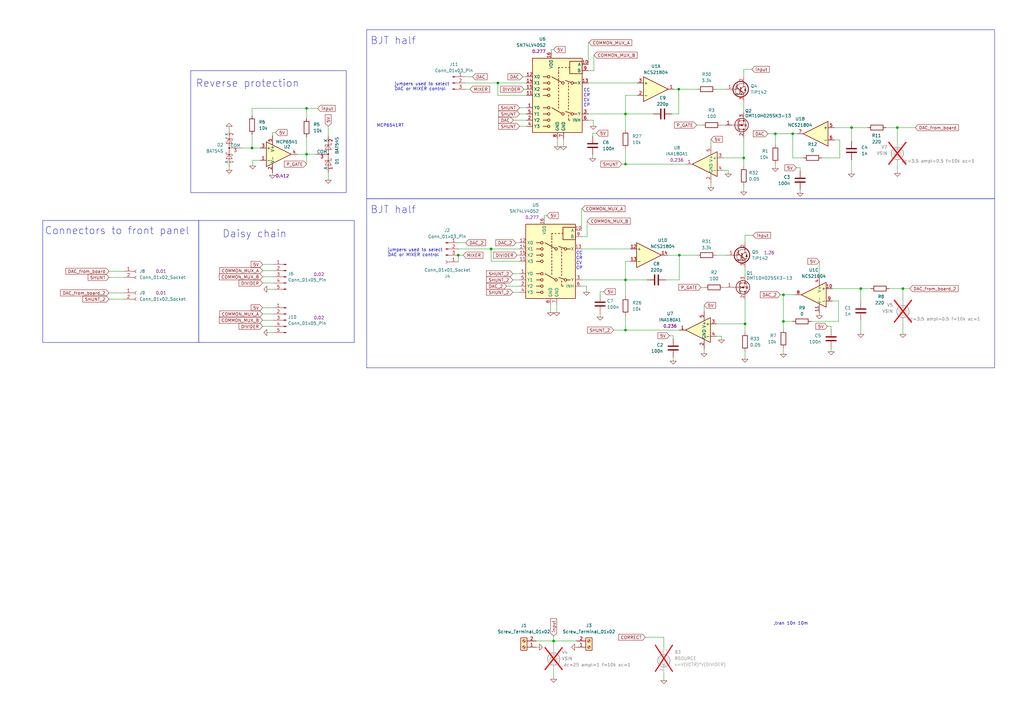
<source format=kicad_sch>
(kicad_sch (version 20230121) (generator eeschema)
  (paper "A3")
  (lib_symbols
    (symbol "Connector:Conn_01x01_Socket" (pin_names (offset 1.016) hide)
      (property "Reference" "J" (at 0 2.54 0))
      (property "Value" "Conn_01x01_Socket" (at 0 -2.54 0))
      (symbol "Conn_01x01_Socket_1_1"
        (pin passive line (at -5.08 0 0) (length 3.81) (name "Pin_1") (number "1"))
      )
    )
    (symbol "Connector:Conn_01x02_Socket" (pin_names (offset 1.016) hide)
      (property "Reference" "J" (at 0 2.54 0))
      (property "Value" "Conn_01x02_Socket" (at 0 -5.08 0))
      (symbol "Conn_01x02_Socket_1_1"
        (pin passive line (at -5.08 0 0) (length 3.81) (name "Pin_1") (number "1"))
        (pin passive line (at -5.08 -2.54 0) (length 3.81) (name "Pin_2") (number "2"))
      )
    )
    (symbol "Connector:Conn_01x03_Pin" (pin_names (offset 1.016) hide)
      (property "Reference" "J" (at 0 5.08 0))
      (property "Value" "Conn_01x03_Pin" (at 0 -5.08 0))
      (symbol "Conn_01x03_Pin_1_1"
        (pin passive line (at 5.08 2.54 180) (length 3.81) (name "Pin_1") (number "1"))
        (pin passive line (at 5.08 0 180) (length 3.81) (name "Pin_2") (number "2"))
        (pin passive line (at 5.08 -2.54 180) (length 3.81) (name "Pin_3") (number "3"))
      )
    )
    (symbol "Connector:Conn_01x05_Pin" (pin_names (offset 1.016) hide)
      (property "Reference" "J" (at 0 7.62 0))
      (property "Value" "Conn_01x05_Pin" (at 0 -7.62 0))
      (symbol "Conn_01x05_Pin_1_1"
        (pin passive line (at 5.08 5.08 180) (length 3.81) (name "Pin_1") (number "1"))
        (pin passive line (at 5.08 2.54 180) (length 3.81) (name "Pin_2") (number "2"))
        (pin passive line (at 5.08 0 180) (length 3.81) (name "Pin_3") (number "3"))
        (pin passive line (at 5.08 -2.54 180) (length 3.81) (name "Pin_4") (number "4"))
        (pin passive line (at 5.08 -5.08 180) (length 3.81) (name "Pin_5") (number "5"))
      )
    )
    (symbol "Connector:Screw_Terminal_01x02" (pin_names (offset 1.016) hide)
      (property "Reference" "J" (at 0 2.54 0))
      (property "Value" "Screw_Terminal_01x02" (at 0 -5.08 0))
      (symbol "Screw_Terminal_01x02_1_1"
        (pin passive line (at -5.08 0 0) (length 3.81) (name "Pin_1") (number "1"))
        (pin passive line (at -5.08 -2.54 0) (length 3.81) (name "Pin_2") (number "2"))
      )
    )
    (symbol "Device:C" (pin_numbers hide) (pin_names (offset 0.254))
      (property "Reference" "C" (at 0.635 2.54 0))
      (property "Value" "C" (at 0.635 -2.54 0))
      (symbol "C_1_1"
        (pin passive line (at 0 3.81 270) (length 2.794) (name "~") (number "1"))
        (pin passive line (at 0 -3.81 90) (length 2.794) (name "~") (number "2"))
      )
    )
    (symbol "Device:R" (pin_numbers hide) (pin_names (offset 0))
      (property "Reference" "R" (at 2.032 0 90))
      (property "Value" "R" (at 0 0 90))
      (symbol "R_1_1"
        (pin passive line (at 0 3.81 270) (length 1.27) (name "~") (number "1"))
        (pin passive line (at 0 -3.81 90) (length 1.27) (name "~") (number "2"))
      )
    )
    (symbol "IPD50R380CE_1" (pin_names hide)
      (property "Reference" "Q1" (at 3.048 -5.842 0))
      (property "Value" "DMT10H025SK3-13" (at 3.048 -3.81 0))
      (symbol "IPD50R380CE_1_1_1"
        (pin input line (at -5.08 0 0) (length 2.54) (name "G") (number "1"))
        (pin passive line (at 2.54 5.08 270) (length 2.54) (name "D") (number "2"))
        (pin passive line (at 2.54 -5.08 90) (length 2.54) (name "S") (number "3"))
      )
    )
    (symbol "SPICE_Analog_Switch:SN74LV4052"
      (property "Reference" "U" (at -10.16 16.51 0))
      (property "Value" "SN74LV4052" (at 3.81 16.51 0))
      (property "Price" "0.277" (at 0 0 0))
      (symbol "SN74LV4052_1_1"
        (pin bidirectional line (at 12.7 -5.08 180) (length 2.54) (name "Y0") (number "1"))
        (pin input line (at -12.7 12.7 0) (length 2.54) (name "A") (number "10"))
        (pin bidirectional line (at 12.7 0 180) (length 2.54) (name "X3") (number "11"))
        (pin bidirectional line (at 12.7 7.62 180) (length 2.54) (name "X0") (number "12"))
        (pin bidirectional line (at -12.7 5.08 0) (length 2.54) (name "X") (number "13"))
        (pin bidirectional line (at 12.7 5.08 180) (length 2.54) (name "X1") (number "14"))
        (pin bidirectional line (at 12.7 2.54 180) (length 2.54) (name "X2") (number "15"))
        (pin power_in line (at 2.54 17.78 270) (length 2.54) (name "VDD") (number "16"))
        (pin bidirectional line (at 12.7 -10.16 180) (length 2.54) (name "Y2") (number "2"))
        (pin bidirectional line (at -12.7 -7.62 0) (length 2.54) (name "Y") (number "3"))
        (pin bidirectional line (at 12.7 -12.7 180) (length 2.54) (name "Y3") (number "4"))
        (pin bidirectional line (at 12.7 -7.62 180) (length 2.54) (name "Y1") (number "5"))
        (pin input line (at -12.7 -10.16 0) (length 2.54) (name "INH") (number "6"))
        (pin power_in line (at -2.54 -17.78 90) (length 2.54) (name "GND") (number "7"))
        (pin power_in line (at 0 -17.78 90) (length 2.54) (name "GND") (number "8"))
        (pin input line (at -12.7 10.16 0) (length 2.54) (name "B") (number "9"))
      )
    )
    (symbol "SPICE_bjts:TIP142" (pin_names (offset 0) hide)
      (property "Reference" "Q" (at 5.08 1.905 0))
      (property "Value" "TIP142" (at 5.08 0 0))
      (symbol "TIP142_1_1"
        (pin input line (at -5.08 0 0) (length 3.81) (name "B") (number "1"))
        (pin passive line (at 2.54 5.08 270) (length 2.667) (name "C") (number "2"))
        (pin passive line (at 2.54 -5.08 90) (length 2.54) (name "E") (number "3"))
      )
    )
    (symbol "SPICE_comparators:TL331" (pin_names (offset 0.127))
      (property "Reference" "U" (at 1.27 5.08 0))
      (property "Value" "TL331" (at 3.81 -5.08 0))
      (symbol "TL331_1_1"
        (pin input line (at -7.62 -2.54 0) (length 2.54) (name "-") (number "1"))
        (pin power_in line (at -2.54 -7.62 90) (length 3.81) (name "V-") (number "2"))
        (pin input line (at -7.62 2.54 0) (length 2.54) (name "+") (number "3"))
        (pin open_collector line (at 7.62 0 180) (length 2.54) (name "~") (number "4"))
        (pin power_in line (at -2.54 7.62 270) (length 3.81) (name "V+") (number "5"))
      )
    )
    (symbol "SPICE_current_amp:INA180A1" (pin_names (offset 0.127))
      (property "Reference" "U" (at 3.81 3.81 0))
      (property "Value" "INA180A1" (at 3.81 -2.54 0))
      (property "Price" "0.236" (at 0 0 0))
      (symbol "INA180A1_1_1"
        (pin output line (at 7.62 0 180) (length 2.54) (name "~") (number "1"))
        (pin power_in line (at -2.54 -7.62 90) (length 3.81) (name "GND") (number "2"))
        (pin input line (at -7.62 2.54 0) (length 2.54) (name "+") (number "3"))
        (pin input line (at -7.62 -2.54 0) (length 2.54) (name "-") (number "4"))
        (pin power_in line (at -2.54 7.62 270) (length 3.81) (name "V+") (number "5"))
      )
    )
    (symbol "SPICE_diodes:BAT54S" (pin_names (offset 0))
      (property "Reference" "D" (at 2.54 -5.08 0))
      (property "Value" "BAT54S" (at -6.35 3.175 0))
      (symbol "BAT54S_1_1"
        (pin passive line (at -7.62 0 0) (length 3.81) (name "A") (number "1"))
        (pin passive line (at 7.62 0 180) (length 3.81) (name "K") (number "2"))
        (pin passive line (at 0 -5.08 90) (length 5.08) (name "COM") (number "3"))
      )
    )
    (symbol "SPICE_opamps:NCS21804" (pin_names (offset 0.127))
      (property "Reference" "U" (at 2.54 6.35 0))
      (property "Value" "NCS21804" (at 2.54 3.81 0))
      (symbol "NCS21804_1_1"
        (pin output line (at 7.62 0 180) (length 2.54) (name "~") (number "1"))
        (pin input line (at -7.62 -2.54 0) (length 2.54) (name "-") (number "2"))
        (pin input line (at -7.62 2.54 0) (length 2.54) (name "+") (number "3"))
      )
      (symbol "NCS21804_2_1"
        (pin input line (at -7.62 2.54 0) (length 2.54) (name "+") (number "5"))
        (pin input line (at -7.62 -2.54 0) (length 2.54) (name "-") (number "6"))
        (pin output line (at 7.62 0 180) (length 2.54) (name "~") (number "7"))
      )
      (symbol "NCS21804_3_1"
        (pin input line (at -7.62 2.54 0) (length 2.54) (name "+") (number "10"))
        (pin output line (at 7.62 0 180) (length 2.54) (name "~") (number "8"))
        (pin input line (at -7.62 -2.54 0) (length 2.54) (name "-") (number "9"))
      )
      (symbol "NCS21804_4_1"
        (pin input line (at -7.62 2.54 0) (length 2.54) (name "+") (number "12"))
        (pin input line (at -7.62 -2.54 0) (length 2.54) (name "-") (number "13"))
        (pin output line (at 7.62 0 180) (length 2.54) (name "~") (number "14"))
      )
      (symbol "NCS21804_5_1"
        (pin power_in line (at 0 -7.62 90) (length 3.81) (name "V-") (number "11"))
        (pin power_in line (at 0 7.62 270) (length 3.81) (name "V+") (number "4"))
      )
    )
    (symbol "Simulation_SPICE:0" (power) (pin_names (offset 0))
      (property "Value" "0" (at 0 -1.778 0))
      (symbol "0_1_1"
        (pin power_in line (at 0 0 0) (length 0) hide (name "0") (number "1"))
      )
    )
    (symbol "Simulation_SPICE:BSOURCE" (pin_names (offset 1.016) hide)
      (property "Reference" "B" (at 2.54 2.54 0))
      (property "Value" "BSOURCE" (at 2.54 0 0))
      (property "Sim.Params" "v=1" (at 2.54 -2.54 0))
      (symbol "BSOURCE_1_1"
        (pin passive line (at 0 5.08 270) (length 2.54) (name "N+") (number "1"))
        (pin passive line (at 0 -5.08 90) (length 2.54) (name "N-") (number "2"))
      )
    )
    (symbol "Simulation_SPICE:VSIN" (pin_numbers hide) (pin_names (offset 0.0254))
      (property "Reference" "V" (at 2.54 2.54 0))
      (property "Value" "VSIN" (at 2.54 0 0))
      (property "Sim.Params" "dc=0 ampl=1 f=1k ac=1" (at 2.54 -2.54 0))
      (symbol "VSIN_0_0"
        (text "+" (at 0 1.905 0) (effects (font (size 1.27 1.27))))
      )
      (symbol "VSIN_1_1"
        (pin passive line (at 0 5.08 270) (length 2.54) (name "~") (number "1"))
        (pin passive line (at 0 -5.08 90) (length 2.54) (name "~") (number "2"))
      )
    )
  )
  (junction (at 103.378 60.706))
  (junction (at 353.06 118.364))
  (junction (at 125.73 44.45))
  (junction (at 325.12 54.864))
  (junction (at 278.384 36.576))
  (junction (at 349.25 52.324))
  (junction (at 305.054 64.77))
  (junction (at 187.96 104.648))
  (junction (at 321.31 120.904))
  (junction (at 318.008 54.864))
  (junction (at 321.31 131.826))
  (junction (at 305.562 132.842))
  (junction (at 227.076 262.89))
  (junction (at 256.54 114.808))
  (junction (at 368.046 52.324))
  (junction (at 125.73 63.246))
  (junction (at 204.216 34.036))
  (junction (at 201.422 102.108))
  (junction (at 278.638 104.648))
  (junction (at 256.54 135.382))
  (junction (at 256.54 67.31))
  (junction (at 256.54 46.736))
  (junction (at 370.332 118.364))
  (wire (pts (xy 227.076 262.89) (xy 227.076 265.176)))
  (wire (pts (xy 353.06 118.364) (xy 341.376 118.364)))
  (wire (pts (xy 368.046 52.324) (xy 363.474 52.324)))
  (wire (pts (xy 267.97 46.736) (xy 256.54 46.736)))
  (wire (pts (xy 223.266 88.392) (xy 223.266 89.408)))
  (wire (pts (xy 107.696 108.458) (xy 112.268 108.458)))
  (wire (pts (xy 272.288 261.366) (xy 264.668 261.366)))
  (wire (pts (xy 318.008 54.864) (xy 314.96 54.864)))
  (wire (pts (xy 296.672 64.77) (xy 305.054 64.77)))
  (wire (pts (xy 240.538 119.888) (xy 240.538 117.348)))
  (wire (pts (xy 278.384 36.576) (xy 286.004 36.576)))
  (wire (pts (xy 273.05 114.808) (xy 278.638 114.808)))
  (wire (pts (xy 227.076 275.336) (xy 227.076 278.638)))
  (wire (pts (xy 321.31 131.826) (xy 321.31 135.128)))
  (wire (pts (xy 210.312 112.268) (xy 213.106 112.268)))
  (wire (pts (xy 243.586 28.956) (xy 241.3 28.956)))
  (wire (pts (xy 373.126 118.364) (xy 370.332 118.364)))
  (wire (pts (xy 368.046 52.324) (xy 368.046 57.912)))
  (wire (pts (xy 134.62 51.816) (xy 134.62 55.626)))
  (wire (pts (xy 244.602 54.61) (xy 243.078 54.61)))
  (wire (pts (xy 107.696 131.318) (xy 112.268 131.318)))
  (wire (pts (xy 291.592 74.93) (xy 291.592 76.962)))
  (wire (pts (xy 107.696 133.858) (xy 112.268 133.858)))
  (wire (pts (xy 305.054 41.656) (xy 305.054 46.228)))
  (wire (pts (xy 318.008 54.864) (xy 318.008 59.436)))
  (wire (pts (xy 349.25 52.324) (xy 349.25 57.912)))
  (wire (pts (xy 339.344 133.858) (xy 340.868 133.858)))
  (wire (pts (xy 353.06 131.318) (xy 353.06 137.16)))
  (wire (pts (xy 213.106 46.736) (xy 215.9 46.736)))
  (wire (pts (xy 368.046 52.324) (xy 375.412 52.324)))
  (wire (pts (xy 370.332 118.364) (xy 364.744 118.364)))
  (wire (pts (xy 326.136 120.904) (xy 321.31 120.904)))
  (wire (pts (xy 204.216 34.036) (xy 215.9 34.036)))
  (wire (pts (xy 240.792 97.028) (xy 238.506 97.028)))
  (wire (pts (xy 343.916 123.444) (xy 343.916 131.826)))
  (wire (pts (xy 125.73 67.31) (xy 125.73 63.246)))
  (wire (pts (xy 256.54 46.736) (xy 256.54 39.116)))
  (wire (pts (xy 256.54 114.808) (xy 256.54 107.188)))
  (wire (pts (xy 305.054 31.496) (xy 305.054 28.448)))
  (wire (pts (xy 238.506 114.808) (xy 256.54 114.808)))
  (wire (pts (xy 44.704 122.682) (xy 50.8 122.682)))
  (wire (pts (xy 227.076 260.858) (xy 227.076 262.89)))
  (wire (pts (xy 191.008 99.568) (xy 187.96 99.568)))
  (wire (pts (xy 207.772 117.348) (xy 213.106 117.348)))
  (wire (pts (xy 305.562 109.728) (xy 305.562 112.776)))
  (wire (pts (xy 278.638 104.648) (xy 286.004 104.648)))
  (wire (pts (xy 305.054 75.946) (xy 305.054 78.74)))
  (wire (pts (xy 295.91 139.446) (xy 295.91 137.922)))
  (wire (pts (xy 295.656 51.308) (xy 297.434 51.308)))
  (wire (pts (xy 344.424 64.77) (xy 337.058 64.77)))
  (wire (pts (xy 276.606 36.576) (xy 278.384 36.576)))
  (wire (pts (xy 349.25 65.532) (xy 349.25 71.374)))
  (wire (pts (xy 305.054 56.388) (xy 305.054 64.77)))
  (wire (pts (xy 224.282 88.392) (xy 223.266 88.392)))
  (wire (pts (xy 93.98 69.85) (xy 93.98 68.326)))
  (wire (pts (xy 241.3 17.526) (xy 241.3 26.416)))
  (wire (pts (xy 321.31 142.748) (xy 321.31 145.288)))
  (wire (pts (xy 329.438 64.77) (xy 325.12 64.77)))
  (wire (pts (xy 93.98 51.816) (xy 93.98 53.086)))
  (wire (pts (xy 293.878 132.842) (xy 305.562 132.842)))
  (wire (pts (xy 111.76 70.866) (xy 111.76 71.882)))
  (wire (pts (xy 278.638 104.648) (xy 278.638 114.808)))
  (wire (pts (xy 293.624 104.648) (xy 297.942 104.648)))
  (wire (pts (xy 231.14 56.896) (xy 231.14 60.198)))
  (wire (pts (xy 125.73 44.45) (xy 125.73 48.514)))
  (wire (pts (xy 103.378 44.45) (xy 125.73 44.45)))
  (wire (pts (xy 189.992 104.648) (xy 187.96 104.648)))
  (wire (pts (xy 44.704 120.142) (xy 50.8 120.142)))
  (wire (pts (xy 305.054 64.77) (xy 305.054 68.326)))
  (wire (pts (xy 241.554 17.526) (xy 241.3 17.526)))
  (wire (pts (xy 103.378 44.45) (xy 103.378 47.498)))
  (wire (pts (xy 201.422 102.108) (xy 213.106 102.108)))
  (wire (pts (xy 247.65 119.634) (xy 246.126 119.634)))
  (wire (pts (xy 192.786 36.576) (xy 190.754 36.576)))
  (wire (pts (xy 291.592 57.15) (xy 291.592 59.69)))
  (wire (pts (xy 288.798 125.222) (xy 288.798 127.762)))
  (wire (pts (xy 344.424 57.404) (xy 342.138 57.404)))
  (wire (pts (xy 246.126 119.634) (xy 246.126 120.904)))
  (wire (pts (xy 256.54 135.382) (xy 278.638 135.382)))
  (wire (pts (xy 243.332 51.816) (xy 243.332 49.276)))
  (wire (pts (xy 295.91 137.922) (xy 293.878 137.922)))
  (wire (pts (xy 201.422 107.188) (xy 201.422 102.108)))
  (wire (pts (xy 336.042 107.188) (xy 336.042 113.284)))
  (wire (pts (xy 190.754 34.036) (xy 204.216 34.036)))
  (wire (pts (xy 285.75 51.308) (xy 288.036 51.308)))
  (wire (pts (xy 342.138 52.324) (xy 349.25 52.324)))
  (wire (pts (xy 238.506 102.108) (xy 258.572 102.108)))
  (wire (pts (xy 256.54 46.736) (xy 256.54 53.34)))
  (wire (pts (xy 103.378 60.706) (xy 106.68 60.706)))
  (wire (pts (xy 325.12 131.826) (xy 321.31 131.826)))
  (wire (pts (xy 344.424 57.404) (xy 344.424 64.77)))
  (wire (pts (xy 111.76 54.356) (xy 111.76 55.626)))
  (wire (pts (xy 256.54 107.188) (xy 258.572 107.188)))
  (wire (pts (xy 370.332 132.842) (xy 370.332 137.16)))
  (wire (pts (xy 219.964 265.43) (xy 221.234 265.43)))
  (wire (pts (xy 287.528 117.856) (xy 289.052 117.856)))
  (wire (pts (xy 256.54 114.808) (xy 265.43 114.808)))
  (wire (pts (xy 305.562 132.842) (xy 305.562 136.398)))
  (wire (pts (xy 318.008 54.864) (xy 325.12 54.864)))
  (wire (pts (xy 210.312 119.888) (xy 213.106 119.888)))
  (wire (pts (xy 274.574 137.668) (xy 276.098 137.668)))
  (wire (pts (xy 305.562 99.568) (xy 305.562 96.52)))
  (wire (pts (xy 256.54 39.116) (xy 261.366 39.116)))
  (wire (pts (xy 349.25 52.324) (xy 355.854 52.324)))
  (wire (pts (xy 107.696 110.998) (xy 112.268 110.998)))
  (wire (pts (xy 107.696 116.078) (xy 112.268 116.078)))
  (wire (pts (xy 353.06 123.698) (xy 353.06 118.364)))
  (wire (pts (xy 107.696 128.778) (xy 112.268 128.778)))
  (wire (pts (xy 187.96 104.648) (xy 187.96 107.442)))
  (wire (pts (xy 210.312 114.808) (xy 213.106 114.808)))
  (wire (pts (xy 44.704 111.252) (xy 50.8 111.252)))
  (wire (pts (xy 256.54 129.286) (xy 256.54 135.382)))
  (wire (pts (xy 213.106 51.816) (xy 215.9 51.816)))
  (wire (pts (xy 273.812 104.648) (xy 278.638 104.648)))
  (wire (pts (xy 103.632 65.786) (xy 103.632 68.072)))
  (wire (pts (xy 321.31 120.904) (xy 321.31 131.826)))
  (wire (pts (xy 236.474 262.89) (xy 227.076 262.89)))
  (wire (pts (xy 193.802 31.496) (xy 190.754 31.496)))
  (wire (pts (xy 225.806 124.968) (xy 225.806 128.27)))
  (wire (pts (xy 213.106 107.188) (xy 201.422 107.188)))
  (wire (pts (xy 204.216 39.116) (xy 204.216 34.036)))
  (wire (pts (xy 305.562 96.52) (xy 308.864 96.52)))
  (wire (pts (xy 340.868 133.858) (xy 340.868 135.128)))
  (wire (pts (xy 243.078 54.61) (xy 243.078 55.88)))
  (wire (pts (xy 328.168 79.248) (xy 328.168 77.724)))
  (wire (pts (xy 215.9 39.116) (xy 204.216 39.116)))
  (wire (pts (xy 130.302 44.45) (xy 125.73 44.45)))
  (wire (pts (xy 44.704 113.792) (xy 50.8 113.792)))
  (wire (pts (xy 99.06 60.706) (xy 103.378 60.706)))
  (wire (pts (xy 111.76 54.356) (xy 113.03 54.356)))
  (wire (pts (xy 246.126 130.048) (xy 246.126 128.524)))
  (wire (pts (xy 187.96 102.108) (xy 201.422 102.108)))
  (wire (pts (xy 134.62 73.914) (xy 134.62 70.866)))
  (wire (pts (xy 278.384 36.576) (xy 278.384 46.736)))
  (wire (pts (xy 251.714 135.382) (xy 256.54 135.382)))
  (wire (pts (xy 305.562 144.018) (xy 305.562 147.32)))
  (wire (pts (xy 240.792 90.678) (xy 240.792 97.028)))
  (wire (pts (xy 109.474 136.398) (xy 112.268 136.398)))
  (wire (pts (xy 276.098 148.082) (xy 276.098 146.558)))
  (wire (pts (xy 340.868 144.272) (xy 340.868 142.748)))
  (wire (pts (xy 125.73 63.246) (xy 129.54 63.246)))
  (wire (pts (xy 256.54 60.96) (xy 256.54 67.31)))
  (wire (pts (xy 255.016 67.31) (xy 256.54 67.31)))
  (wire (pts (xy 370.332 118.364) (xy 370.332 122.682)))
  (wire (pts (xy 336.042 128.524) (xy 336.042 129.54)))
  (wire (pts (xy 276.098 137.668) (xy 276.098 138.938)))
  (wire (pts (xy 219.964 262.89) (xy 227.076 262.89)))
  (wire (pts (xy 343.916 131.826) (xy 332.74 131.826)))
  (wire (pts (xy 235.712 265.43) (xy 236.474 265.43)))
  (wire (pts (xy 256.54 67.31) (xy 281.432 67.31)))
  (wire (pts (xy 228.6 56.896) (xy 228.6 60.198)))
  (wire (pts (xy 228.346 124.968) (xy 228.346 128.27)))
  (wire (pts (xy 305.054 28.448) (xy 308.356 28.448)))
  (wire (pts (xy 326.898 54.864) (xy 325.12 54.864)))
  (wire (pts (xy 121.92 63.246) (xy 125.73 63.246)))
  (wire (pts (xy 368.046 68.072) (xy 368.046 71.12)))
  (wire (pts (xy 107.696 126.238) (xy 112.268 126.238)))
  (wire (pts (xy 211.582 99.568) (xy 213.106 99.568)))
  (wire (pts (xy 288.798 143.002) (xy 288.798 145.034)))
  (wire (pts (xy 325.12 54.864) (xy 325.12 64.77)))
  (wire (pts (xy 109.474 118.618) (xy 112.268 118.618)))
  (wire (pts (xy 214.884 36.576) (xy 215.9 36.576)))
  (wire (pts (xy 240.538 117.348) (xy 238.506 117.348)))
  (wire (pts (xy 226.06 20.32) (xy 226.06 21.336)))
  (wire (pts (xy 326.644 68.834) (xy 328.168 68.834)))
  (wire (pts (xy 318.008 67.056) (xy 318.008 69.088)))
  (wire (pts (xy 103.378 55.118) (xy 103.378 60.706)))
  (wire (pts (xy 238.506 85.598) (xy 238.506 94.488)))
  (wire (pts (xy 243.332 49.276) (xy 241.3 49.276)))
  (wire (pts (xy 107.696 113.538) (xy 112.268 113.538)))
  (wire (pts (xy 256.54 114.808) (xy 256.54 121.666)))
  (wire (pts (xy 213.106 44.196) (xy 215.9 44.196)))
  (wire (pts (xy 243.586 22.606) (xy 243.586 28.956)))
  (wire (pts (xy 275.59 46.736) (xy 278.384 46.736)))
  (wire (pts (xy 212.09 104.648) (xy 213.106 104.648)))
  (wire (pts (xy 305.562 122.936) (xy 305.562 132.842)))
  (wire (pts (xy 320.04 120.904) (xy 321.31 120.904)))
  (wire (pts (xy 210.566 49.276) (xy 215.9 49.276)))
  (wire (pts (xy 293.624 36.576) (xy 297.434 36.576)))
  (wire (pts (xy 214.376 31.496) (xy 215.9 31.496)))
  (wire (pts (xy 227.076 20.32) (xy 226.06 20.32)))
  (wire (pts (xy 296.672 117.856) (xy 297.942 117.856)))
  (wire (pts (xy 103.632 65.786) (xy 106.68 65.786)))
  (wire (pts (xy 125.73 56.134) (xy 125.73 63.246)))
  (wire (pts (xy 357.124 118.364) (xy 353.06 118.364)))
  (wire (pts (xy 272.288 279.146) (xy 272.288 276.098)))
  (wire (pts (xy 298.704 71.374) (xy 298.704 69.85)))
  (wire (pts (xy 343.916 123.444) (xy 341.376 123.444)))
  (wire (pts (xy 241.3 46.736) (xy 256.54 46.736)))
  (wire (pts (xy 241.3 34.036) (xy 261.366 34.036)))
  (wire (pts (xy 328.168 68.834) (xy 328.168 70.104)))
  (wire (pts (xy 243.078 65.024) (xy 243.078 63.5)))
  (wire (pts (xy 238.76 85.598) (xy 238.506 85.598)))
  (wire (pts (xy 298.704 69.85) (xy 296.672 69.85)))
  (wire (pts (xy 272.288 261.366) (xy 272.288 265.938)))
  (rectangle (start 17.526 90.424) (end 81.534 140.462))
  (rectangle (start 81.534 90.424) (end 145.288 140.462))
  (rectangle (start 150.368 81.534) (end 407.924 150.876))
  (rectangle (start 78.232 28.956) (end 141.986 78.994))
  (rectangle (start 150.368 12.192) (end 407.924 81.534))
  (text "Connectors to front panel" (at 18.288 96.52 0) (effects (font (size 3 3)) (justify left bottom)))
  (text "CC\nCR\nCV\nCP" (at 236.22 110.744 0) (effects (font (size 1.27 1.27)) (justify left bottom)))
  (text "Reverse protection" (at 80.264 36.068 0) (effects (font (size 3 3)) (justify left bottom)))
  (text "MCP6541RT" (at 154.432 52.324 0) (effects (font (size 1.27 1.27)) (justify left bottom)))
  (text ".tran 10n 10m" (at 317.246 256.54 0) (effects (font (size 1.27 1.27)) (justify left bottom)))
  (text "BJT half " (at 151.892 18.542 0) (effects (font (size 3 3)) (justify left bottom)))
  (text "Daisy chain" (at 91.186 97.79 0) (effects (font (size 3 3)) (justify left bottom)))
  (text "jumpers used to select\nDAC or MIXER control" (at 159.004 105.41 0) (effects (font (size 1.27 1.27)) (justify left bottom)))
  (text "jumpers used to select\nDAC or MIXER control" (at 161.798 37.338 0) (effects (font (size 1.27 1.27)) (justify left bottom)))
  (text "BJT half " (at 151.892 87.884 0) (effects (font (size 3 3)) (justify left bottom)))
  (text "CC\nCR\nCV\nCP" (at 239.268 43.942 0) (effects (font (size 1.27 1.27)) (justify left bottom)))
  (global_label "5V" (shape input) (at 326.644 68.834 180) (property "Intersheetrefs" "${INTERSHEET_REFS}" (effects hide)))
  (global_label "SHUNT" (shape input) (at 213.106 51.816 180) (property "Intersheetrefs" "${INTERSHEET_REFS}" (effects hide)))
  (global_label "P_GATE" (shape input) (at 285.75 51.308 180) (property "Intersheetrefs" "${INTERSHEET_REFS}" (effects hide)))
  (global_label "5V" (shape input) (at 247.65 119.634 0) (property "Intersheetrefs" "${INTERSHEET_REFS}" (effects hide)))
  (global_label "DAC_2" (shape input) (at 320.04 120.904 180) (property "Intersheetrefs" "${INTERSHEET_REFS}" (effects hide)))
  (global_label "MIXER" (shape input) (at 192.786 36.576 0) (property "Intersheetrefs" "${INTERSHEET_REFS}" (effects hide)))
  (global_label "SHUNT_2" (shape input) (at 44.704 122.682 180) (property "Intersheetrefs" "${INTERSHEET_REFS}" (effects hide)))
  (global_label "5V" (shape input) (at 339.344 133.858 180) (property "Intersheetrefs" "${INTERSHEET_REFS}" (effects hide)))
  (global_label "5V" (shape input) (at 227.076 20.32 0) (property "Intersheetrefs" "${INTERSHEET_REFS}" (effects hide)))
  (global_label "COMMON_MUX_B" (shape input) (at 243.586 22.606 0) (property "Intersheetrefs" "${INTERSHEET_REFS}" (effects hide)))
  (global_label "5V" (shape input) (at 107.696 108.458 180) (property "Intersheetrefs" "${INTERSHEET_REFS}" (effects hide)))
  (global_label "SHUNT" (shape input) (at 255.016 67.31 180) (property "Intersheetrefs" "${INTERSHEET_REFS}" (effects hide)))
  (global_label "DAC_2" (shape input) (at 211.582 99.568 180) (property "Intersheetrefs" "${INTERSHEET_REFS}" (effects hide)))
  (global_label "COMMON_MUX_B" (shape input) (at 107.696 113.538 180) (property "Intersheetrefs" "${INTERSHEET_REFS}" (effects hide)))
  (global_label "COMMON_MUX_A" (shape input) (at 107.696 110.998 180) (property "Intersheetrefs" "${INTERSHEET_REFS}" (effects hide)))
  (global_label "DAC_from_board_2" (shape input) (at 44.704 120.142 180) (property "Intersheetrefs" "${INTERSHEET_REFS}" (effects hide)))
  (global_label "5V" (shape input) (at 134.62 51.816 90) (property "Intersheetrefs" "${INTERSHEET_REFS}" (effects hide)))
  (global_label "P_GATE" (shape input) (at 287.528 117.856 180) (property "Intersheetrefs" "${INTERSHEET_REFS}" (effects hide)))
  (global_label "input" (shape input) (at 308.356 28.448 0) (property "Intersheetrefs" "${INTERSHEET_REFS}" (effects hide)))
  (global_label "5V" (shape input) (at 288.798 125.222 0) (property "Intersheetrefs" "${INTERSHEET_REFS}" (effects hide)))
  (global_label "DAC_from_board" (shape input) (at 44.704 111.252 180) (property "Intersheetrefs" "${INTERSHEET_REFS}" (effects hide)))
  (global_label "5V" (shape input) (at 244.602 54.61 0) (property "Intersheetrefs" "${INTERSHEET_REFS}" (effects hide)))
  (global_label "SHUNT" (shape input) (at 213.106 44.196 180) (property "Intersheetrefs" "${INTERSHEET_REFS}" (effects hide)))
  (global_label "DAC_from_board_2" (shape input) (at 373.126 118.364 0) (property "Intersheetrefs" "${INTERSHEET_REFS}" (effects hide)))
  (global_label "SHUNT_2" (shape input) (at 210.312 112.268 180) (property "Intersheetrefs" "${INTERSHEET_REFS}" (effects hide)))
  (global_label "DAC" (shape input) (at 214.376 31.496 180) (property "Intersheetrefs" "${INTERSHEET_REFS}" (effects hide)))
  (global_label "COMMON_MUX_A" (shape input) (at 107.696 128.778 180) (property "Intersheetrefs" "${INTERSHEET_REFS}" (effects hide)))
  (global_label "COMMON_MUX_B" (shape input) (at 240.792 90.678 0) (property "Intersheetrefs" "${INTERSHEET_REFS}" (effects hide)))
  (global_label "DAC" (shape input) (at 210.566 49.276 180) (property "Intersheetrefs" "${INTERSHEET_REFS}" (effects hide)))
  (global_label "DAC_2" (shape input) (at 207.772 117.348 180) (property "Intersheetrefs" "${INTERSHEET_REFS}" (effects hide)))
  (global_label "DIVIDER" (shape input) (at 107.696 116.078 180) (property "Intersheetrefs" "${INTERSHEET_REFS}" (effects hide)))
  (global_label "DAC_from_board" (shape input) (at 375.412 52.324 0) (property "Intersheetrefs" "${INTERSHEET_REFS}" (effects hide)))
  (global_label "SHUNT_2" (shape input) (at 210.312 114.808 180) (property "Intersheetrefs" "${INTERSHEET_REFS}" (effects hide)))
  (global_label "5V" (shape input) (at 274.574 137.668 180) (property "Intersheetrefs" "${INTERSHEET_REFS}" (effects hide)))
  (global_label "COMMON_MUX_A" (shape input) (at 238.76 85.598 0) (property "Intersheetrefs" "${INTERSHEET_REFS}" (effects hide)))
  (global_label "DAC_2" (shape input) (at 191.008 99.568 0) (property "Intersheetrefs" "${INTERSHEET_REFS}" (effects hide)))
  (global_label "DIVIDER" (shape input) (at 214.884 36.576 180) (property "Intersheetrefs" "${INTERSHEET_REFS}" (effects hide)))
  (global_label "DAC" (shape input) (at 193.802 31.496 0) (property "Intersheetrefs" "${INTERSHEET_REFS}" (effects hide)))
  (global_label "input" (shape input) (at 308.864 96.52 0) (property "Intersheetrefs" "${INTERSHEET_REFS}" (effects hide)))
  (global_label "MIXER" (shape input) (at 189.992 104.648 0) (property "Intersheetrefs" "${INTERSHEET_REFS}" (effects hide)))
  (global_label "COMMON_MUX_A" (shape input) (at 241.554 17.526 0) (property "Intersheetrefs" "${INTERSHEET_REFS}" (effects hide)))
  (global_label "5V" (shape input) (at 113.03 54.356 0) (property "Intersheetrefs" "${INTERSHEET_REFS}" (effects hide)))
  (global_label "CORRECT" (shape input) (at 264.668 261.366 180) (property "Intersheetrefs" "${INTERSHEET_REFS}" (effects hide)))
  (global_label "SHUNT_2" (shape input) (at 251.714 135.382 180) (property "Intersheetrefs" "${INTERSHEET_REFS}" (effects hide)))
  (global_label "DAC" (shape input) (at 314.96 54.864 180) (property "Intersheetrefs" "${INTERSHEET_REFS}" (effects hide)))
  (global_label "5V" (shape input) (at 336.042 107.188 180) (property "Intersheetrefs" "${INTERSHEET_REFS}" (effects hide)))
  (global_label "SHUNT_2" (shape input) (at 210.312 119.888 180) (property "Intersheetrefs" "${INTERSHEET_REFS}" (effects hide)))
  (global_label "SHUNT" (shape input) (at 44.704 113.792 180) (property "Intersheetrefs" "${INTERSHEET_REFS}" (effects hide)))
  (global_label "5V" (shape input) (at 291.592 57.15 0) (property "Intersheetrefs" "${INTERSHEET_REFS}" (effects hide)))
  (global_label "input" (shape input) (at 130.302 44.45 0) (property "Intersheetrefs" "${INTERSHEET_REFS}" (effects hide)))
  (global_label "5V" (shape input) (at 107.696 126.238 180) (property "Intersheetrefs" "${INTERSHEET_REFS}" (effects hide)))
  (global_label "DIVIDER" (shape input) (at 107.696 133.858 180) (property "Intersheetrefs" "${INTERSHEET_REFS}" (effects hide)))
  (global_label "P_GATE" (shape input) (at 125.73 67.31 180) (property "Intersheetrefs" "${INTERSHEET_REFS}" (effects hide)))
  (global_label "input" (shape input) (at 227.076 260.858 90) (property "Intersheetrefs" "${INTERSHEET_REFS}" (effects hide)))
  (global_label "5V" (shape input) (at 224.282 88.392 0) (property "Intersheetrefs" "${INTERSHEET_REFS}" (effects hide)))
  (global_label "COMMON_MUX_B" (shape input) (at 107.696 131.318 180) (property "Intersheetrefs" "${INTERSHEET_REFS}" (effects hide)))
  (global_label "DIVIDER" (shape input) (at 212.09 104.648 180) (property "Intersheetrefs" "${INTERSHEET_REFS}" (effects hide)))
  (global_label "SHUNT" (shape input) (at 213.106 46.736 180) (property "Intersheetrefs" "${INTERSHEET_REFS}" (effects hide)))
  (symbol (lib_id "Device:C") (at 353.06 127.508 0) (mirror y) (unit 1)
    (property "Reference" "C1" (at 347.726 126.238 0))
    (property "Value" "1n" (at 347.726 128.778 0))
    (property "Footprint" "Capacitor_SMD:C_0603_1608Metric_Pad1.08x0.95mm_HandSolder" (effects hide))
  )
  (symbol (lib_id "Simulation_SPICE:0") (at 225.806 128.27 0) (unit 1)
    (property "Reference" "#GND023" (effects hide))
    (property "Value" "0" (effects hide))
  )
  (symbol (lib_id "Simulation_SPICE:0") (at 336.042 129.54 0) (mirror y) (unit 1)
    (property "Reference" "#GND044" (effects hide))
    (property "Value" "0" (effects hide))
  )
  (symbol (lib_id "Simulation_SPICE:0") (at 340.868 144.272 0) (mirror y) (unit 1)
    (property "Reference" "#GND021" (effects hide))
    (property "Value" "0" (effects hide))
  )
  (symbol (lib_id "SPICE_opamps:NCS21804") (at 336.042 120.904 0) (mirror y) (unit 5)
    (property "Reference" "U1" (effects hide))
    (property "Value" "NCS21804" (effects hide))
    (property "Footprint" "Package_SO:TSSOP-14_4.4x5mm_P0.65mm" (effects hide))
    (property "Datasheet" "http://www.onsemi.com/pub/Collateral/NCS325-D.PDF" (effects hide))
    (property "Sim.Library" "/home/ostoja/KiCad/models/opamps/NCS21804.lib" (effects hide))
    (property "Sim.Name" "NCS21804" (effects hide))
    (property "Sim.Device" "SUBCKT" (effects hide))
    (property "Sim.Pins" "1=OUT1 2=IN1- 3=IN1+ 4=VCC 5=IN2+ 6=IN2- 7=OUT2 8=OUT3 9=IN3- 10=IN3+ 11=VEE 12=IN4+ 13=IN4- 14=OUT4" (effects hide))
    (property "Price" "1.91" (effects hide))
  )
  (symbol (lib_id "Device:R") (at 256.54 125.476 180) (unit 1)
    (property "Reference" "R26" (at 259.334 124.206 0) (effects (justify right)))
    (property "Value" "10k" (at 259.334 126.746 0) (effects (justify right)))
    (property "Footprint" "Resistor_SMD:R_0603_1608Metric_Pad0.98x0.95mm_HandSolder" (effects hide))
  )
  (symbol (lib_id "Simulation_SPICE:0") (at 228.6 60.198 0) (unit 1)
    (property "Reference" "#GND024" (effects hide))
    (property "Value" "0" (effects hide))
  )
  (symbol (lib_id "SPICE_bjts:TIP142") (at 302.514 36.576 0) (unit 1)
    (property "Reference" "Q4" (at 307.848 35.306 0) (effects (justify left)))
    (property "Value" "TIP142" (at 307.848 37.846 0) (effects (justify left)))
    (property "Footprint" "Package_TO_SOT_THT:TO-247-3_Vertical" (effects hide))
    (property "Datasheet" "https://www.onsemi.com/pub/Collateral/TIP120-D.PDF" (effects hide))
    (property "Sim.Library" "/home/ostoja/KiCad/models/bjt/npn/TIP142.LIB" (effects hide))
    (property "Sim.Name" "tip142" (effects hide))
    (property "Sim.Device" "SUBCKT" (effects hide))
    (property "Sim.Pins" "1=2 2=1 3=3" (effects hide))
    (property "Price" "1.26 " (effects hide))
  )
  (symbol (lib_id "Simulation_SPICE:0") (at 134.62 73.914 0) (mirror y) (unit 1)
    (property "Reference" "#GND03" (effects hide))
    (property "Value" "0" (effects hide))
  )
  (symbol (lib_id "Simulation_SPICE:0") (at 328.168 79.248 0) (mirror y) (unit 1)
    (property "Reference" "#GND010" (effects hide))
    (property "Value" "0" (effects hide))
  )
  (symbol (lib_id "Device:R") (at 291.846 51.308 90) (unit 1)
    (property "Reference" "R3" (at 291.846 45.212 90))
    (property "Value" "100" (at 291.846 47.752 90))
    (property "Footprint" "Resistor_SMD:R_0603_1608Metric_Pad0.98x0.95mm_HandSolder" (effects hide))
  )
  (symbol (lib_id "Device:R") (at 256.54 57.15 180) (unit 1)
    (property "Reference" "R27" (at 259.334 55.88 0) (effects (justify right)))
    (property "Value" "10k" (at 259.334 58.42 0) (effects (justify right)))
    (property "Footprint" "Resistor_SMD:R_0603_1608Metric_Pad0.98x0.95mm_HandSolder" (effects hide))
  )
  (symbol (lib_id "SPICE_Analog_Switch:SN74LV4052") (at 225.806 107.188 0) (mirror y) (unit 1)
    (property "Reference" "U5" (at 221.0719 84.074 0) (effects (justify left)))
    (property "Value" "SN74LV4052" (at 221.0719 86.614 0) (effects (justify left)))
    (property "Footprint" "Package_SO:SOIC-16_3.9x9.9mm_P1.27mm" (effects hide))
    (property "Datasheet" "http://www.ti.com/lit/ds/symlink/cd4052b.pdf" (effects hide))
    (property "Price" "0.277" (at 221.0719 89.154 0) (effects (justify left)))
    (property "Sim.Enable" "0" (effects hide))
  )
  (symbol (lib_id "SPICE_bjts:TIP142") (at 303.022 104.648 0) (unit 1)
    (property "Reference" "Q5" (at 308.356 103.378 0) (effects (justify left)))
    (property "Value" "TIP142" (at 308.356 105.918 0) (effects (justify left)))
    (property "Footprint" "Package_TO_SOT_THT:TO-247-3_Vertical" (effects hide))
    (property "Datasheet" "https://www.onsemi.com/pub/Collateral/TIP120-D.PDF" (effects hide))
    (property "Sim.Library" "/home/ostoja/KiCad/models/bjt/npn/TIP142.LIB" (effects hide))
    (property "Sim.Name" "tip142" (effects hide))
    (property "Sim.Device" "SUBCKT" (effects hide))
    (property "Sim.Pins" "1=2 2=1 3=3" (effects hide))
    (property "Price" "1.26 " (at 315.976 103.632 0))
  )
  (symbol (lib_id "Simulation_SPICE:0") (at 368.046 71.12 0) (mirror y) (unit 1)
    (property "Reference" "#GND018" (effects hide))
    (property "Value" "0" (effects hide))
  )
  (symbol (lib_id "Simulation_SPICE:0") (at 318.008 69.088 0) (unit 1)
    (property "Reference" "#GND01" (effects hide))
    (property "Value" "0" (effects hide))
  )
  (symbol (lib_id "Device:R") (at 333.248 64.77 270) (mirror x) (unit 1)
    (property "Reference" "R12" (at 333.248 59.182 90))
    (property "Value" "0" (at 333.248 61.722 90))
    (property "Footprint" "Resistor_SMD:R_0603_1608Metric_Pad0.98x0.95mm_HandSolder" (effects hide))
  )
  (symbol (lib_id "Simulation_SPICE:0") (at 235.712 265.43 270) (unit 1)
    (property "Reference" "#GND02" (effects hide))
    (property "Value" "0" (effects hide))
  )
  (symbol (lib_id "Device:R") (at 318.008 63.246 0) (mirror x) (unit 1)
    (property "Reference" "R1" (at 315.214 61.976 0) (effects (justify right)))
    (property "Value" "10k" (at 315.214 64.516 0) (effects (justify right)))
    (property "Footprint" "Resistor_SMD:R_0603_1608Metric_Pad0.98x0.95mm_HandSolder" (effects hide))
  )
  (symbol (lib_id "Simulation_SPICE:0") (at 109.474 118.618 270) (unit 1)
    (property "Reference" "#GND05" (effects hide))
    (property "Value" "0" (effects hide))
  )
  (symbol (lib_id "Simulation_SPICE:0") (at 103.632 68.072 0) (unit 1)
    (property "Reference" "#GND011" (effects hide))
    (property "Value" "0" (effects hide))
  )
  (symbol (lib_name "IPD50R380CE_1") (lib_id "SPICE_fets:IPD50R380CE") (at 302.514 51.308 0) (mirror x) (unit 1)
    (property "Reference" "Q2" (at 305.562 45.466 0) (effects (justify left)))
    (property "Value" "DMT10H025SK3-13" (at 305.562 47.498 0) (effects (justify left)))
    (property "Footprint" "Package_TO_SOT_SMD:TO-252-2" (effects hide))
    (property "Datasheet" "https://www.infineon.com/dgdl/Infineon-IPD50R380CE-DS-v02_01-en.pdf?fileId=db3a30433ecb86d4013ed0a2ef580f38" (effects hide))
    (property "Price" "0.497" (effects hide))
  )
  (symbol (lib_id "SPICE_diodes:BAT54S") (at 134.62 63.246 270) (mirror x) (unit 1)
    (property "Reference" "D1" (at 138.176 67.564 0) (effects (justify left)))
    (property "Value" "BAT54S" (at 138.176 63.246 0) (effects (justify left)))
    (property "Footprint" "Package_TO_SOT_SMD:SOT-23" (effects hide))
    (property "Datasheet" "https://www.diodes.com/assets/Datasheets/ds11005.pdf" (effects hide))
    (property "Price" "0.092" (effects hide))
  )
  (symbol (lib_id "Device:C") (at 269.24 114.808 90) (unit 1)
    (property "Reference" "C8" (at 269.24 108.204 90))
    (property "Value" "220p" (at 269.24 110.744 90))
    (property "Footprint" "Capacitor_SMD:C_0603_1608Metric_Pad1.08x0.95mm_HandSolder" (effects hide))
  )
  (symbol (lib_id "SPICE_current_amp:INA180A1") (at 286.258 135.382 0) (mirror y) (unit 1)
    (property "Reference" "U7" (at 274.828 128.6511 0))
    (property "Value" "INA180A1" (at 274.828 131.1911 0))
    (property "Footprint" "Package_TO_SOT_SMD:SOT-23-5" (effects hide))
    (property "Datasheet" "http://www.ti.com/lit/ds/symlink/ina180.pdf" (effects hide))
    (property "Sim.Library" "/home/ostoja/KiCad/models/current_amp/ina180a1.lib" (effects hide))
    (property "Sim.Name" "INA180A1" (effects hide))
    (property "Sim.Device" "SUBCKT" (effects hide))
    (property "Sim.Pins" "1=OUT 2=GND 3=INP 4=INN 5=VCC" (effects hide))
    (property "Price" "0.236" (at 274.828 133.7311 0))
  )
  (symbol (lib_id "Device:R") (at 305.054 72.136 0) (unit 1)
    (property "Reference" "R32" (at 307.086 70.866 0) (effects (justify left)))
    (property "Value" "0.05" (at 307.086 73.406 0) (effects (justify left)))
    (property "Footprint" "Resistor_SMD:R_2512_6332Metric_Pad1.40x3.35mm_HandSolder" (effects hide))
    (property "Price" "0.352" (effects hide))
  )
  (symbol (lib_id "Simulation_SPICE:0") (at 228.346 128.27 0) (unit 1)
    (property "Reference" "#GND025" (effects hide))
    (property "Value" "0" (effects hide))
  )
  (symbol (lib_id "SPICE_opamps:NCS21804") (at 334.518 54.864 0) (mirror y) (unit 2)
    (property "Reference" "U1" (at 328.168 48.768 0))
    (property "Value" "NCS21804" (at 328.168 51.308 0))
    (property "Footprint" "Package_SO:TSSOP-14_4.4x5mm_P0.65mm" (effects hide))
    (property "Datasheet" "http://www.onsemi.com/pub/Collateral/NCS325-D.PDF" (effects hide))
    (property "Sim.Library" "/home/ostoja/KiCad/models/opamps/NCS21804.lib" (effects hide))
    (property "Sim.Name" "NCS21804" (effects hide))
    (property "Sim.Device" "SUBCKT" (effects hide))
    (property "Sim.Pins" "1=OUT1 2=IN1- 3=IN1+ 4=VCC 5=IN2+ 6=IN2- 7=OUT2 8=OUT3 9=IN3- 10=IN3+ 11=VEE 12=IN4+ 13=IN4- 14=OUT4" (effects hide))
    (property "Price" "1.91" (effects hide))
  )
  (symbol (lib_id "SPICE_current_amp:INA180A1") (at 289.052 67.31 0) (mirror y) (unit 1)
    (property "Reference" "U8" (at 277.622 60.5791 0))
    (property "Value" "INA180A1" (at 277.622 63.1191 0))
    (property "Footprint" "Package_TO_SOT_SMD:SOT-23-5" (effects hide))
    (property "Datasheet" "http://www.ti.com/lit/ds/symlink/ina180.pdf" (effects hide))
    (property "Sim.Library" "/home/ostoja/KiCad/models/current_amp/ina180a1.lib" (effects hide))
    (property "Sim.Name" "INA180A1" (effects hide))
    (property "Sim.Device" "SUBCKT" (effects hide))
    (property "Sim.Pins" "1=OUT 2=GND 3=INP 4=INN 5=VCC" (effects hide))
    (property "Price" "0.236" (at 277.622 65.6591 0))
  )
  (symbol (lib_id "Device:C") (at 340.868 138.938 0) (mirror y) (unit 1)
    (property "Reference" "C5" (at 336.804 137.668 0) (effects (justify left)))
    (property "Value" "100n" (at 336.804 140.208 0) (effects (justify left)))
    (property "Footprint" "Capacitor_SMD:C_0603_1608Metric_Pad1.08x0.95mm_HandSolder" (effects hide))
  )
  (symbol (lib_id "Simulation_SPICE:0") (at 111.76 71.882 0) (unit 1)
    (property "Reference" "#GND012" (effects hide))
    (property "Value" "0" (effects hide))
  )
  (symbol (lib_id "Simulation_SPICE:0") (at 370.332 137.16 0) (mirror y) (unit 1)
    (property "Reference" "#GND015" (effects hide))
    (property "Value" "0" (effects hide))
  )
  (symbol (lib_id "Device:C") (at 246.126 124.714 0) (unit 1)
    (property "Reference" "C7" (at 248.92 123.444 0) (effects (justify left)))
    (property "Value" "100n" (at 248.92 125.984 0) (effects (justify left)))
    (property "Footprint" "Capacitor_SMD:C_0603_1608Metric_Pad1.08x0.95mm_HandSolder" (effects hide))
  )
  (symbol (lib_id "Device:R") (at 289.814 36.576 90) (unit 1)
    (property "Reference" "R30" (at 289.814 30.48 90))
    (property "Value" "3.3k" (at 289.814 33.02 90))
    (property "Footprint" "Resistor_SMD:R_0603_1608Metric_Pad0.98x0.95mm_HandSolder" (effects hide))
  )
  (symbol (lib_id "Device:C") (at 271.78 46.736 90) (unit 1)
    (property "Reference" "C9" (at 271.78 40.132 90))
    (property "Value" "220p" (at 271.78 42.672 90))
    (property "Footprint" "Capacitor_SMD:C_0603_1608Metric_Pad1.08x0.95mm_HandSolder" (effects hide))
  )
  (symbol (lib_id "Device:C") (at 243.078 59.69 0) (unit 1)
    (property "Reference" "C6" (at 247.142 58.42 0) (effects (justify left)))
    (property "Value" "100n" (at 247.142 60.96 0) (effects (justify left)))
    (property "Footprint" "Capacitor_SMD:C_0603_1608Metric_Pad1.08x0.95mm_HandSolder" (effects hide))
  )
  (symbol (lib_id "Connector:Conn_01x03_Pin") (at 185.674 34.036 0) (unit 1)
    (property "Reference" "J11" (at 186.182 26.416 0))
    (property "Value" "Conn_01x03_Pin" (at 186.182 28.956 0))
    (property "Footprint" "Connector_PinHeader_2.54mm:PinHeader_1x03_P2.54mm_Vertical" (effects hide))
  )
  (symbol (lib_id "Simulation_SPICE:0") (at 298.704 71.374 0) (unit 1)
    (property "Reference" "#GND037" (effects hide))
    (property "Value" "0" (effects hide))
  )
  (symbol (lib_id "Connector:Conn_01x05_Pin") (at 117.348 131.318 0) (mirror y) (unit 1)
    (property "Reference" "J10" (at 118.11 130.048 0) (effects (justify right)))
    (property "Value" "Conn_01x05_Pin" (at 118.11 132.588 0) (effects (justify right)))
    (property "Footprint" "Connector_JST:JST_EH_B5B-EH-A_1x05_P2.50mm_Vertical" (effects hide))
    (property "Price" "0.02" (at 130.81 130.302 0))
  )
  (symbol (lib_name "IPD50R380CE_1") (lib_id "SPICE_fets:IPD50R380CE") (at 303.022 117.856 0) (mirror x) (unit 1)
    (property "Reference" "Q1" (at 306.07 112.014 0) (effects (justify left)))
    (property "Value" "DMT10H025SK3-13" (at 306.07 114.046 0) (effects (justify left)))
    (property "Footprint" "Package_TO_SOT_SMD:TO-252-2" (effects hide))
    (property "Datasheet" "https://www.infineon.com/dgdl/Infineon-IPD50R380CE-DS-v02_01-en.pdf?fileId=db3a30433ecb86d4013ed0a2ef580f38" (effects hide))
    (property "Price" "0.497" (effects hide))
  )
  (symbol (lib_id "Simulation_SPICE:0") (at 240.538 119.888 0) (unit 1)
    (property "Reference" "#GND027" (effects hide))
    (property "Value" "0" (effects hide))
  )
  (symbol (lib_id "SPICE_opamps:NCS21804") (at 266.192 104.648 0) (unit 4)
    (property "Reference" "U1" (at 271.78 98.552 0))
    (property "Value" "NCS21804" (at 271.78 101.092 0))
    (property "Footprint" "Package_SO:TSSOP-14_4.4x5mm_P0.65mm" (effects hide))
    (property "Datasheet" "http://www.onsemi.com/pub/Collateral/NCS325-D.PDF" (effects hide))
    (property "Sim.Library" "/home/ostoja/KiCad/models/opamps/NCS21804.lib" (effects hide))
    (property "Sim.Name" "NCS21804" (effects hide))
    (property "Sim.Device" "SUBCKT" (effects hide))
    (property "Sim.Pins" "1=OUT1 2=IN1- 3=IN1+ 4=VCC 5=IN2+ 6=IN2- 7=OUT2 8=OUT3 9=IN3- 10=IN3+ 11=VEE 12=IN4+ 13=IN4- 14=OUT4" (effects hide))
    (property "Price" "1.91" (effects hide))
  )
  (symbol (lib_id "Simulation_SPICE:0") (at 349.25 71.374 0) (unit 1)
    (property "Reference" "#GND020" (effects hide))
    (property "Value" "0" (effects hide))
  )
  (symbol (lib_id "Device:R") (at 125.73 52.324 0) (mirror y) (unit 1)
    (property "Reference" "R5" (at 128.524 51.054 0) (effects (justify right)))
    (property "Value" "10k" (at 128.524 53.594 0) (effects (justify right)))
    (property "Footprint" "Resistor_SMD:R_0603_1608Metric_Pad0.98x0.95mm_HandSolder" (effects hide))
  )
  (symbol (lib_id "Simulation_SPICE:0") (at 93.98 51.816 180) (unit 1)
    (property "Reference" "#GND013" (effects hide))
    (property "Value" "0" (effects hide))
  )
  (symbol (lib_id "Device:R") (at 292.862 117.856 90) (unit 1)
    (property "Reference" "R2" (at 292.862 111.76 90))
    (property "Value" "100" (at 292.862 114.3 90))
    (property "Footprint" "Resistor_SMD:R_0603_1608Metric_Pad0.98x0.95mm_HandSolder" (effects hide))
  )
  (symbol (lib_id "Simulation_SPICE:VSIN") (at 227.076 270.256 0) (unit 1) (in_bom no) (on_board no) (dnp yes)
    (property "Reference" "V4" (at 230.378 267.5862 0) (effects (justify left)))
    (property "Value" "VSIN" (at 230.378 270.1262 0) (effects (justify left)))
    (property "Sim.Pins" "1=+ 2=-" (effects hide))
    (property "Sim.Params" "dc=25 ampl=1 f=10k ac=1" (at 231.14 272.6662 0) (effects (justify left)))
    (property "Sim.Type" "SIN" (effects hide))
    (property "Sim.Device" "V" (effects hide))
  )
  (symbol (lib_id "Connector:Conn_01x01_Socket") (at 182.88 107.442 0) (mirror y) (unit 1)
    (property "Reference" "J4" (at 183.515 113.284 0))
    (property "Value" "Conn_01x01_Socket" (at 183.515 110.744 0))
    (property "Footprint" "Connector_PinSocket_2.54mm:PinSocket_1x01_P2.54mm_Vertical" (effects hide))
  )
  (symbol (lib_id "Simulation_SPICE:0") (at 272.288 279.146 0) (unit 1)
    (property "Reference" "#GND031" (effects hide))
    (property "Value" "0" (effects hide))
  )
  (symbol (lib_id "Simulation_SPICE:VSIN") (at 370.332 127.762 0) (mirror y) (unit 1) (in_bom no) (on_board no) (dnp yes)
    (property "Reference" "V5" (at 366.268 125.0922 0) (effects (justify left)))
    (property "Value" "VSIN" (at 366.268 127.6322 0) (effects (justify left)))
    (property "Sim.Pins" "1=+ 2=-" (effects hide))
    (property "Sim.Params" "dc=3.5 ampl=0.5 f=10k ac=1" (at 402.082 130.81 0) (effects (justify left)))
    (property "Sim.Type" "SIN" (effects hide))
    (property "Sim.Device" "V" (effects hide))
  )
  (symbol (lib_id "Simulation_SPICE:0") (at 227.076 278.638 0) (unit 1)
    (property "Reference" "#GND07" (effects hide))
    (property "Value" "0" (effects hide))
  )
  (symbol (lib_id "Simulation_SPICE:0") (at 93.98 69.85 0) (unit 1)
    (property "Reference" "#GND014" (effects hide))
    (property "Value" "0" (effects hide))
  )
  (symbol (lib_id "Device:R") (at 305.562 140.208 0) (unit 1)
    (property "Reference" "R33" (at 307.594 138.938 0) (effects (justify left)))
    (property "Value" "0.05" (at 307.594 141.478 0) (effects (justify left)))
    (property "Footprint" "Resistor_SMD:R_2512_6332Metric_Pad1.40x3.35mm_HandSolder" (effects hide))
    (property "Price" "0.352" (effects hide))
  )
  (symbol (lib_id "Simulation_SPICE:0") (at 291.592 76.962 0) (unit 1)
    (property "Reference" "#GND033" (effects hide))
    (property "Value" "0" (effects hide))
  )
  (symbol (lib_id "Simulation_SPICE:0") (at 243.332 51.816 0) (unit 1)
    (property "Reference" "#GND030" (effects hide))
    (property "Value" "0" (effects hide))
  )
  (symbol (lib_id "SPICE_diodes:BAT54S") (at 93.98 60.706 90) (unit 1)
    (property "Reference" "D2" (at 91.694 59.436 90) (effects (justify left)))
    (property "Value" "BAT54S" (at 91.694 61.976 90) (effects (justify left)))
    (property "Footprint" "Package_TO_SOT_SMD:SOT-23" (effects hide))
    (property "Datasheet" "https://www.diodes.com/assets/Datasheets/ds11005.pdf" (effects hide))
    (property "Price" "0.092" (effects hide))
  )
  (symbol (lib_id "Connector:Screw_Terminal_01x02") (at 241.554 265.43 0) (mirror x) (unit 1)
    (property "Reference" "J3" (at 241.554 256.54 0))
    (property "Value" "Screw_Terminal_01x02" (at 241.554 259.08 0))
    (property "Footprint" "TerminalBlock:TerminalBlock_Altech_AK300-2_P5.00mm" (effects hide))
    (property "Sim.Enable" "0" (effects hide))
  )
  (symbol (lib_id "Simulation_SPICE:0") (at 353.06 137.16 0) (mirror y) (unit 1)
    (property "Reference" "#GND016" (effects hide))
    (property "Value" "0" (effects hide))
  )
  (symbol (lib_id "SPICE_comparators:TL331") (at 114.3 63.246 0) (unit 1)
    (property "Reference" "U2" (at 119.126 60.198 0) (effects (justify right)))
    (property "Value" "MCP6541" (at 122.174 58.166 0) (effects (justify right)))
    (property "Footprint" "Package_TO_SOT_SMD:SOT-23-5" (effects hide))
    (property "Datasheet" "http://www.ti.com/lit/ds/symlink/tl331.pdf" (effects hide))
    (property "Price" "0.412" (at 115.824 72.136 0))
  )
  (symbol (lib_id "Device:C") (at 349.25 61.722 0) (unit 1)
    (property "Reference" "C4" (at 354.584 60.452 0))
    (property "Value" "1n" (at 354.584 62.992 0))
    (property "Footprint" "Capacitor_SMD:C_0603_1608Metric_Pad1.08x0.95mm_HandSolder" (effects hide))
  )
  (symbol (lib_id "Device:R") (at 360.934 118.364 270) (mirror x) (unit 1)
    (property "Reference" "R8" (at 362.712 121.666 90) (effects (justify right)))
    (property "Value" "220" (at 362.712 124.206 90) (effects (justify right)))
    (property "Footprint" "Resistor_SMD:R_0603_1608Metric_Pad0.98x0.95mm_HandSolder" (effects hide))
  )
  (symbol (lib_id "Simulation_SPICE:VSIN") (at 368.046 62.992 0) (mirror y) (unit 1) (in_bom no) (on_board no) (dnp yes)
    (property "Reference" "V7" (at 363.982 60.3222 0) (effects (justify left)))
    (property "Value" "VSIN" (at 363.982 62.8622 0) (effects (justify left)))
    (property "Sim.Pins" "1=+ 2=-" (effects hide))
    (property "Sim.Params" "dc=3.5 ampl=0.5 f=10k ac=1" (at 399.796 66.04 0) (effects (justify left)))
    (property "Sim.Type" "SIN" (effects hide))
    (property "Sim.Device" "V" (effects hide))
  )
  (symbol (lib_id "Simulation_SPICE:0") (at 276.098 148.082 0) (mirror y) (unit 1)
    (property "Reference" "#GND09" (effects hide))
    (property "Value" "0" (effects hide))
  )
  (symbol (lib_id "Simulation_SPICE:BSOURCE") (at 272.288 271.018 0) (unit 1) (in_bom no) (on_board no) (dnp yes)
    (property "Reference" "B3" (at 276.606 267.462 0) (effects (justify left)))
    (property "Value" "BSOURCE" (at 276.606 270.002 0) (effects (justify left)))
    (property "Datasheet" "https://ngspice.sourceforge.io/docs.html" (effects hide))
    (property "Sim.Device" "V" (effects hide))
    (property "Sim.Type" "=" (effects hide))
    (property "Sim.Pins" "1=+ 2=-" (effects hide))
    (property "Sim.Params" "v=V(VCTR)*V(DIVIDER)" (at 276.606 272.542 0) (effects (justify left)))
  )
  (symbol (lib_id "Device:C") (at 276.098 142.748 0) (mirror y) (unit 1)
    (property "Reference" "C2" (at 272.034 141.478 0) (effects (justify left)))
    (property "Value" "100n" (at 272.034 144.018 0) (effects (justify left)))
    (property "Footprint" "Capacitor_SMD:C_0603_1608Metric_Pad1.08x0.95mm_HandSolder" (effects hide))
  )
  (symbol (lib_id "Connector:Conn_01x02_Socket") (at 55.88 120.142 0) (unit 1)
    (property "Reference" "J9" (at 57.15 120.142 0) (effects (justify left)))
    (property "Value" "Conn_01x02_Socket" (at 57.15 122.682 0) (effects (justify left)))
    (property "Footprint" "Connector_JST:JST_EH_B2B-EH-A_1x02_P2.50mm_Vertical" (effects hide))
    (property "Price" "0.01" (at 66.04 120.142 0))
  )
  (symbol (lib_id "Simulation_SPICE:0") (at 321.31 145.288 0) (unit 1)
    (property "Reference" "#GND08" (effects hide))
    (property "Value" "0" (effects hide))
  )
  (symbol (lib_id "Simulation_SPICE:0") (at 305.562 147.32 0) (unit 1)
    (property "Reference" "#GND039" (effects hide))
    (property "Value" "0" (effects hide))
  )
  (symbol (lib_id "Simulation_SPICE:0") (at 295.91 139.446 0) (unit 1)
    (property "Reference" "#GND035" (effects hide))
    (property "Value" "0" (effects hide))
  )
  (symbol (lib_id "Device:R") (at 321.31 138.938 0) (mirror x) (unit 1)
    (property "Reference" "R7" (at 318.516 137.668 0) (effects (justify right)))
    (property "Value" "10k" (at 318.516 140.208 0) (effects (justify right)))
    (property "Footprint" "Resistor_SMD:R_0603_1608Metric_Pad0.98x0.95mm_HandSolder" (effects hide))
  )
  (symbol (lib_id "Device:R") (at 289.814 104.648 90) (unit 1)
    (property "Reference" "R31" (at 289.814 99.06 90))
    (property "Value" "3.3k" (at 289.814 101.6 90))
    (property "Footprint" "Resistor_SMD:R_0603_1608Metric_Pad0.98x0.95mm_HandSolder" (effects hide))
  )
  (symbol (lib_id "Simulation_SPICE:0") (at 305.054 78.74 0) (unit 1)
    (property "Reference" "#GND038" (effects hide))
    (property "Value" "0" (effects hide))
  )
  (symbol (lib_id "Simulation_SPICE:0") (at 246.126 130.048 0) (unit 1)
    (property "Reference" "#GND029" (effects hide))
    (property "Value" "0" (effects hide))
  )
  (symbol (lib_id "SPICE_opamps:NCS21804") (at 333.756 120.904 0) (mirror y) (unit 3)
    (property "Reference" "U1" (at 333.756 110.744 0))
    (property "Value" "NCS21804" (at 333.756 113.284 0))
    (property "Footprint" "Package_SO:TSSOP-14_4.4x5mm_P0.65mm" (effects hide))
    (property "Datasheet" "http://www.onsemi.com/pub/Collateral/NCS325-D.PDF" (effects hide))
    (property "Sim.Library" "/home/ostoja/KiCad/models/opamps/NCS21804.lib" (effects hide))
    (property "Sim.Name" "NCS21804" (effects hide))
    (property "Sim.Device" "SUBCKT" (effects hide))
    (property "Sim.Pins" "1=OUT1 2=IN1- 3=IN1+ 4=VCC 5=IN2+ 6=IN2- 7=OUT2 8=OUT3 9=IN3- 10=IN3+ 11=VEE 12=IN4+ 13=IN4- 14=OUT4" (effects hide))
    (property "Price" "1.91" (effects hide))
  )
  (symbol (lib_id "Device:R") (at 328.93 131.826 270) (mirror x) (unit 1)
    (property "Reference" "R9" (at 328.93 126.238 90))
    (property "Value" "0" (at 328.93 128.778 90))
    (property "Footprint" "Resistor_SMD:R_0603_1608Metric_Pad0.98x0.95mm_HandSolder" (effects hide))
  )
  (symbol (lib_id "Simulation_SPICE:0") (at 109.474 136.398 270) (unit 1)
    (property "Reference" "#GND04" (effects hide))
    (property "Value" "0" (effects hide))
  )
  (symbol (lib_id "Simulation_SPICE:0") (at 231.14 60.198 0) (unit 1)
    (property "Reference" "#GND026" (effects hide))
    (property "Value" "0" (effects hide))
  )
  (symbol (lib_id "Device:R") (at 359.664 52.324 270) (mirror x) (unit 1)
    (property "Reference" "R11" (at 361.442 55.626 90) (effects (justify right)))
    (property "Value" "220" (at 361.442 58.166 90) (effects (justify right)))
    (property "Footprint" "Resistor_SMD:R_0603_1608Metric_Pad0.98x0.95mm_HandSolder" (effects hide))
  )
  (symbol (lib_id "Simulation_SPICE:0") (at 221.234 265.43 90) (unit 1)
    (property "Reference" "#GND06" (effects hide))
    (property "Value" "0" (effects hide))
  )
  (symbol (lib_id "Connector:Conn_01x05_Pin") (at 117.348 113.538 0) (mirror y) (unit 1)
    (property "Reference" "J6" (at 118.11 112.268 0) (effects (justify right)))
    (property "Value" "Conn_01x05_Pin" (at 118.11 114.808 0) (effects (justify right)))
    (property "Footprint" "Connector_JST:JST_EH_B5B-EH-A_1x05_P2.50mm_Vertical" (effects hide))
    (property "Price" "0.02" (at 130.81 112.522 0))
  )
  (symbol (lib_id "Simulation_SPICE:0") (at 243.078 65.024 0) (unit 1)
    (property "Reference" "#GND028" (effects hide))
    (property "Value" "0" (effects hide))
  )
  (symbol (lib_id "Connector:Conn_01x02_Socket") (at 55.88 111.252 0) (unit 1)
    (property "Reference" "J8" (at 57.15 111.252 0) (effects (justify left)))
    (property "Value" "Conn_01x02_Socket" (at 57.15 113.792 0) (effects (justify left)))
    (property "Footprint" "Connector_JST:JST_EH_B2B-EH-A_1x02_P2.50mm_Vertical" (effects hide))
    (property "Price" "0.01" (at 66.04 111.252 0))
  )
  (symbol (lib_id "Device:R") (at 103.378 51.308 0) (mirror y) (unit 1)
    (property "Reference" "R6" (at 106.172 50.038 0) (effects (justify right)))
    (property "Value" "10k" (at 106.172 52.578 0) (effects (justify right)))
    (property "Footprint" "Resistor_SMD:R_0603_1608Metric_Pad0.98x0.95mm_HandSolder" (effects hide))
  )
  (symbol (lib_id "Simulation_SPICE:0") (at 288.798 145.034 0) (unit 1)
    (property "Reference" "#GND032" (effects hide))
    (property "Value" "0" (effects hide))
  )
  (symbol (lib_id "Connector:Screw_Terminal_01x02") (at 214.884 265.43 180) (unit 1)
    (property "Reference" "J1" (at 214.884 256.54 0))
    (property "Value" "Screw_Terminal_01x02" (at 214.884 259.08 0))
    (property "Footprint" "TerminalBlock:TerminalBlock_Altech_AK300-2_P5.00mm" (effects hide))
    (property "Sim.Enable" "0" (effects hide))
  )
  (symbol (lib_id "Device:C") (at 328.168 73.914 0) (mirror y) (unit 1)
    (property "Reference" "C3" (at 324.104 72.644 0) (effects (justify left)))
    (property "Value" "100n" (at 324.104 75.184 0) (effects (justify left)))
    (property "Footprint" "Capacitor_SMD:C_0603_1608Metric_Pad1.08x0.95mm_HandSolder" (effects hide))
  )
  (symbol (lib_id "Connector:Conn_01x03_Pin") (at 182.88 102.108 0) (unit 1)
    (property "Reference" "J2" (at 183.388 94.488 0))
    (property "Value" "Conn_01x03_Pin" (at 183.388 97.028 0))
    (property "Footprint" "Connector_PinHeader_2.54mm:PinHeader_1x03_P2.54mm_Vertical" (effects hide))
  )
  (symbol (lib_id "SPICE_opamps:NCS21804") (at 268.986 36.576 0) (unit 1)
    (property "Reference" "U1" (at 268.986 27.178 0))
    (property "Value" "NCS21804" (at 268.986 29.718 0))
    (property "Footprint" "Package_SO:TSSOP-14_4.4x5mm_P0.65mm" (effects hide))
    (property "Datasheet" "http://www.onsemi.com/pub/Collateral/NCS325-D.PDF" (effects hide))
    (property "Sim.Library" "/home/ostoja/KiCad/models/opamps/NCS21804.lib" (effects hide))
    (property "Sim.Name" "NCS21804" (effects hide))
    (property "Sim.Device" "SUBCKT" (effects hide))
    (property "Sim.Pins" "1=OUT1 2=IN1- 3=IN1+ 4=VCC 5=IN2+ 6=IN2- 7=OUT2 8=OUT3 9=IN3- 10=IN3+ 11=VEE 12=IN4+ 13=IN4- 14=OUT4" (effects hide))
    (property "Price" "1.91" (effects hide))
  )
  (symbol (lib_id "SPICE_Analog_Switch:SN74LV4052") (at 228.6 39.116 0) (mirror y) (unit 1)
    (property "Reference" "U6" (at 223.8659 16.002 0) (effects (justify left)))
    (property "Value" "SN74LV4052" (at 223.8659 18.542 0) (effects (justify left)))
    (property "Footprint" "Package_SO:SOIC-16_3.9x9.9mm_P1.27mm" (effects hide))
    (property "Datasheet" "http://www.ti.com/lit/ds/symlink/cd4052b.pdf" (effects hide))
    (property "Price" "0.277" (at 223.8659 21.082 0) (effects (justify left)))
    (property "Sim.Enable" "0" (effects hide))
  )
)
</source>
